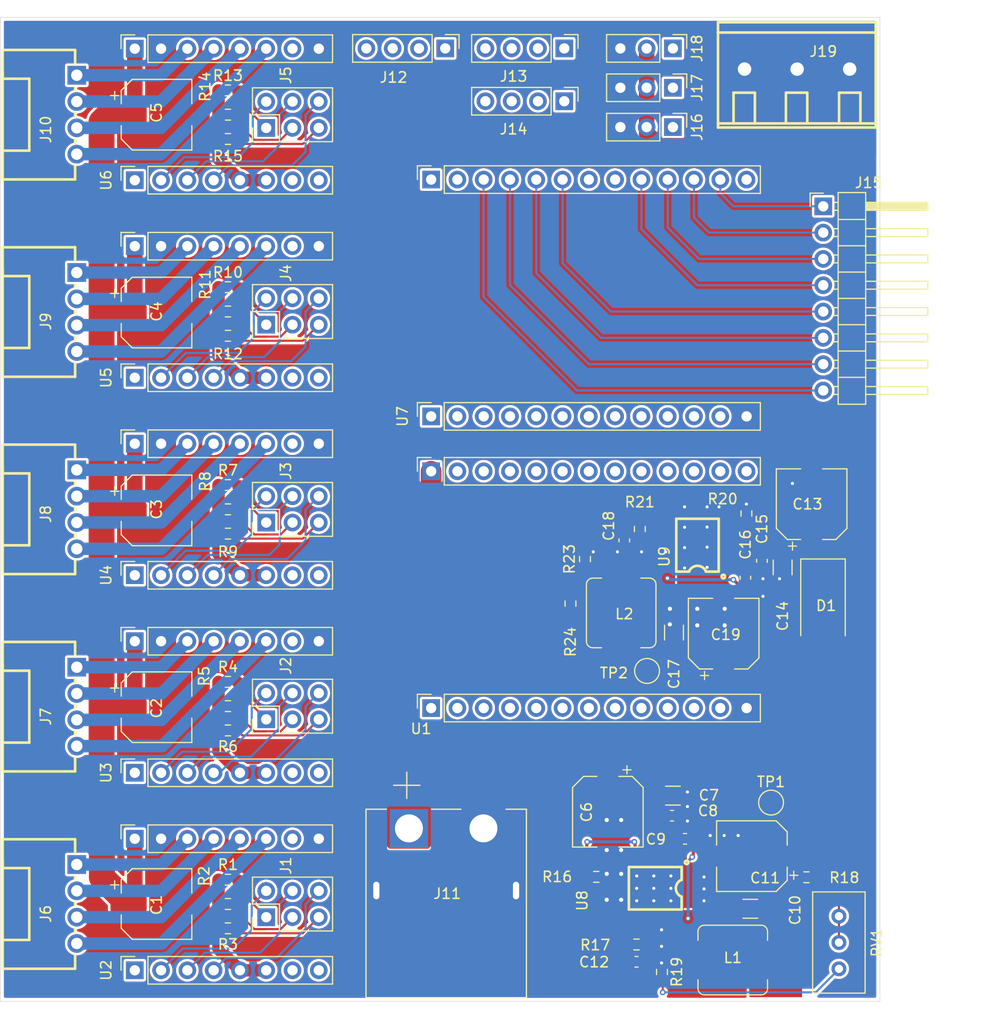
<source format=kicad_pcb>
(kicad_pcb (version 20240108) (generator "pcbnew") (generator_version "8.0")
  (layers (0 "F.Cu" signal) (1 "In1.Cu" power) (2 "In2.Cu" power) (31 "B.Cu" signal) (34 "B.Paste" user) (35 "F.Paste" user) (36 "B.SilkS" user "B.Silkscreen") (37 "F.SilkS" user "F.Silkscreen") (38 "B.Mask" user) (39 "F.Mask" user) (44 "Edge.Cuts" user))
  (net 0 "")
  (net 1 "VIN")
  (net 2 "GND")
  (net 3 "Net-(U8-BOOT)")
  (net 4 "Net-(U8-SW)")
  (net 5 "VCC_Servo")
  (net 6 "Net-(C12-Pad1)")
  (net 7 "Net-(D1-K)")
  (net 8 "Net-(U9-BOOT)")
  (net 9 "Net-(U9-SW)")
  (net 10 "VCC_3V3")
  (net 11 "Net-(C18-Pad1)")
  (net 12 "Net-(J1-Pin_4)")
  (net 13 "Net-(J1-Pin_5)")
  (net 14 "Net-(J1-Pin_1)")
  (net 15 "Net-(J1-Pin_2)")
  (net 16 "Net-(J1-Pin_3)")
  (net 17 "Net-(J1-Pin_6)")
  (net 18 "Net-(J2-Pin_5)")
  (net 19 "Net-(J2-Pin_4)")
  (net 20 "Net-(J2-Pin_3)")
  (net 21 "Net-(J2-Pin_1)")
  (net 22 "Net-(J2-Pin_6)")
  (net 23 "Net-(J2-Pin_2)")
  (net 24 "Net-(J3-Pin_3)")
  (net 25 "Net-(J3-Pin_5)")
  (net 26 "Net-(J3-Pin_1)")
  (net 27 "Net-(J3-Pin_6)")
  (net 28 "Net-(J3-Pin_4)")
  (net 29 "Net-(J3-Pin_2)")
  (net 30 "Net-(J4-Pin_2)")
  (net 31 "Net-(J4-Pin_5)")
  (net 32 "Net-(J4-Pin_4)")
  (net 33 "Net-(J4-Pin_1)")
  (net 34 "Net-(J4-Pin_3)")
  (net 35 "Net-(J4-Pin_6)")
  (net 36 "Net-(J5-Pin_3)")
  (net 37 "Net-(J5-Pin_2)")
  (net 38 "Net-(J5-Pin_4)")
  (net 39 "Net-(J5-Pin_6)")
  (net 40 "Net-(J5-Pin_5)")
  (net 41 "Net-(J5-Pin_1)")
  (net 42 "/stepper1_B1")
  (net 43 "/stepper1_A1")
  (net 44 "/stepper1_B2")
  (net 45 "/stepper1_A2")
  (net 46 "/stepper2_B1")
  (net 47 "/stepper2_A2")
  (net 48 "/stepper2_B2")
  (net 49 "/stepper2_A1")
  (net 50 "/stepper3_A2")
  (net 51 "/stepper3_B2")
  (net 52 "/stepper3_A1")
  (net 53 "/stepper3_B1")
  (net 54 "/stepper4_A1")
  (net 55 "/stepper4_B1")
  (net 56 "/stepper4_A2")
  (net 57 "/stepper4_B2")
  (net 58 "/stepper5_A1")
  (net 59 "/stepper5_A2")
  (net 60 "/stepper5_B1")
  (net 61 "/stepper5_B2")
  (net 62 "/MOTOR1_IN1")
  (net 63 "/MOTOR2_IN1")
  (net 64 "/MOTOR1_IN2")
  (net 65 "/MOTOR2_IN2")
  (net 66 "/MOTOR7_IN1")
  (net 67 "/MOTOR8_IN2")
  (net 68 "/MOTOR7_IN2")
  (net 69 "/MOTOR8_IN1")
  (net 70 "/MOTOR9_IN1")
  (net 71 "/MOTOR10_IN1")
  (net 72 "/MOTOR9_IN2")
  (net 73 "/MOTOR10_IN2")
  (net 74 "/MOTOR6_IN1")
  (net 75 "/MOTOR5_IN1")
  (net 76 "/MOTOR3_IN2")
  (net 77 "/MOTOR5_IN2")
  (net 78 "/MOTOR6_IN2")
  (net 79 "/MOTOR4_IN2")
  (net 80 "/MOTOR3_IN1")
  (net 81 "/MOTOR4_IN1")
  (net 82 "/servo1")
  (net 83 "/servo2")
  (net 84 "/servo3")
  (net 85 "Net-(U8-RT{slash}CLK)")
  (net 86 "Net-(U8-COMP)")
  (net 87 "Net-(R18-Pad1)")
  (net 88 "Net-(U8-FB)")
  (net 89 "Net-(U9-RT{slash}CLK)")
  (net 90 "Net-(U9-COMP)")
  (net 91 "Net-(U9-FB)")
  (net 93 "/stepper5_DIR")
  (net 94 "/stepper2_STEP")
  (net 95 "/stepper4_DIR")
  (net 96 "/ESP_RX2")
  (net 98 "/stepper2_DIR")
  (net 99 "/stepper1_DIR")
  (net 101 "/stepper3_STEP")
  (net 103 "/stepper1_STEP")
  (net 104 "/stepper4_STEP")
  (net 105 "/ESP_TX2")
  (net 107 "/stepper3_DIR")
  (net 108 "/stepper5_STEP")
  (footprint "ProjectLibrary:SCT2450" (layer "F.Cu") (at 193.29 119.08 180)
    (property "Reference" "U8")
    (property "Value" "std:5f48b54a4a9c4b9abe6e863ac7419a9f")
  )
  (footprint "Resistor_SMD:R_0603_1608Metric_Pad0.98x0.95mm_HandSolder" (layer "F.Cu") (at 152 103.845)
    (property "Reference" "R6")
    (property "Value" "10k")
  )
  (footprint "TestPoint:TestPoint_Pad_D2.0mm" (layer "F.Cu") (at 204.48 110.81)
    (property "Reference" "TP1")
    (property "Value" "TestPoint")
  )
  (footprint "Capacitor_SMD:C_0603_1608Metric_Pad1.08x0.95mm_HandSolder" (layer "F.Cu") (at 191.48 126.18)
    (property "Reference" "C12")
    (property "Value" "4.7nf")
  )
  (footprint "Capacitor_SMD:CP_Elec_6.3x7.7" (layer "F.Cu") (at 145.1 120.6)
    (property "Reference" "C1")
    (property "Value" "C_Polarized_Small")
  )
  (footprint "Resistor_SMD:R_0603_1608Metric_Pad0.98x0.95mm_HandSolder" (layer "F.Cu") (at 152 61.055001)
    (property "Reference" "R10")
    (property "Value" "10k")
  )
  (footprint "Resistor_SMD:R_0603_1608Metric_Pad0.98x0.95mm_HandSolder" (layer "F.Cu") (at 152 84.845)
    (property "Reference" "R9")
    (property "Value" "10k")
  )
  (footprint "TestPoint:TestPoint_Pad_D2.0mm" (layer "F.Cu") (at 192.5 98.1 180)
    (property "Reference" "TP2")
    (property "Value" "TestPoint")
  )
  (footprint "Capacitor_SMD:CP_Elec_6.3x7.7" (layer "F.Cu") (at 145.1 101.6)
    (property "Reference" "C2")
    (property "Value" "C_Polarized_Small")
  )
  (footprint "Connector_PinHeader_2.54mm:PinHeader_1x04_P2.54mm_Vertical" (layer "F.Cu") (at 173 38 -90)
    (property "Reference" "J12")
    (property "Value" "Conn_01x04")
  )
  (footprint "Resistor_SMD:R_0603_1608Metric_Pad0.98x0.95mm_HandSolder" (layer "F.Cu") (at 152 44.4)
    (property "Reference" "R14")
    (property "Value" "10k")
  )
  (footprint "MyConnector:CONN-TH_4P-P2.54-XH2.54-WO-4P" (layer "F.Cu") (at 137.3935 101.55 -90)
    (property "Reference" "J7")
    (property "Value" "Conn_01x04")
  )
  (footprint "Resistor_SMD:R_0603_1608Metric_Pad0.98x0.95mm_HandSolder" (layer "F.Cu") (at 191.8 84.399999 90)
    (property "Reference" "R21")
    (property "Value" "20k")
  )
  (footprint "Capacitor_SMD:C_0603_1608Metric_Pad1.08x0.95mm_HandSolder" (layer "F.Cu") (at 196.17 114.31)
    (property "Reference" "C9")
    (property "Value" "100nf")
  )
  (footprint "Connector_PinHeader_2.54mm:PinHeader_1x08_P2.54mm_Horizontal" (layer "F.Cu") (at 209.525 53.245)
    (property "Reference" "J15")
    (property "Value" "Conn_01x08")
  )
  (footprint "Capacitor_SMD:C_0603_1608Metric_Pad1.08x0.95mm_HandSolder" (layer "F.Cu") (at 190.3 85.5 -90)
    (property "Reference" "C18")
    (property "Value" "4.7nf")
  )
  (footprint "MyConnector:CONN-TH_4P-P2.54-XH2.54-WO-4P" (layer "F.Cu") (at 137.3935 63.45 -90)
    (property "Reference" "J9")
    (property "Value" "Conn_01x04")
  )
  (footprint "Inductor_SMD:L_Sumida_CDMC6D28_7.25x6.5mm" (layer "F.Cu") (at 200.78 126.01)
    (property "Reference" "L1")
    (property "Value" "4.7uH")
  )
  (footprint "Inductor_SMD:L_Sumida_CDMC6D28_7.25x6.5mm" (layer "F.Cu") (at 190 92.499999 -90)
    (property "Reference" "L2")
    (property "Value" "4.7uH")
  )
  (footprint "Connector_PinHeader_2.54mm:PinHeader_1x03_P2.54mm_Vertical" (layer "F.Cu") (at 195 45.6 -90)
    (property "Reference" "J16")
    (property "Value" "Conn_01x03")
  )
  (footprint "Connector_PinHeader_2.54mm:PinHeader_2x03_P2.54mm_Vertical" (layer "F.Cu") (at 155.7 83.775 90)
    (property "Reference" "J3")
    (property "Value" "Conn_02x03_Odd_Even")
  )
  (footprint "Capacitor_SMD:C_1206_3216Metric_Pad1.33x1.80mm_HandSolder" (layer "F.Cu") (at 195 110.14)
    (property "Reference" "C7")
    (property "Value" "4.7uf")
  )
  (footprint "Connector_PinHeader_2.54mm:PinHeader_1x04_P2.54mm_Vertical" (layer "F.Cu") (at 184.5 38 -90)
    (property "Reference" "J13")
    (property "Value" "Conn_01x04")
  )
  (footprint "Resistor_SMD:R_0603_1608Metric_Pad0.98x0.95mm_HandSolder" (layer "F.Cu") (at 152 120.6)
    (property "Reference" "R2")
    (property "Value" "10k")
  )
  (footprint "Resistor_SMD:R_0603_1608Metric_Pad0.98x0.95mm_HandSolder" (layer "F.Cu") (at 186.5 87.3 -90)
    (property "Reference" "R23")
    (property "Value" "10.2k")
  )
  (footprint "Capacitor_SMD:CP_Elec_6.3x7.7" (layer "F.Cu") (at 188.71 111.69 -90)
    (property "Reference" "C6")
    (property "Value" "220uf")
  )
  (footprint "Connector_PinHeader_2.54mm:PinHeader_2x03_P2.54mm_Vertical" (layer "F.Cu") (at 155.7 102.775 90)
    (property "Reference" "J2")
    (property "Value" "Conn_02x03_Odd_Even")
  )
  (footprint "Resistor_SMD:R_0603_1608Metric_Pad0.98x0.95mm_HandSolder" (layer "F.Cu") (at 152 82.5)
    (property "Reference" "R8")
    (property "Value" "10k")
  )
  (footprint "Capacitor_SMD:C_1206_3216Metric_Pad1.33x1.80mm_HandSolder" (layer "F.Cu") (at 202.47 121.06 180)
    (property "Reference" "C10")
    (property "Value" "47uf")
  )
  (footprint "Potentiometer_THT:Potentiometer_Bourns_3296W_Vertical" (layer "F.Cu") (at 211.04 126.86 -90)
    (property "Reference" "RV1")
    (property "Value" "10k")
  )
  (footprint "Resistor_SMD:R_0603_1608Metric_Pad0.98x0.95mm_HandSolder" (layer "F.Cu") (at 193.94 127.16 -90)
    (property "Reference" "R19")
    (property "Value" "3.3k")
  )
  (footprint "Capacitor_SMD:CP_Elec_6.3x7.7" (layer "F.Cu") (at 202.63 115.98 180)
    (property "Reference" "C11")
    (property "Value" "220uf")
  )
  (footprint "Resistor_SMD:R_0603_1608Metric_Pad0.98x0.95mm_HandSolder" (layer "F.Cu") (at 152 122.945)
    (property "Reference" "R3")
    (property "Value" "10k")
  )
  (footprint "MyConnector:CONN-TH_4P-P2.54-XH2.54-WO-4P" (layer "F.Cu") (at 137.3935 82.5 -90)
    (property "Reference" "J8")
    (property "Value" "Conn_01x04")
  )
  (footprint "Capacitor_SMD:CP_Elec_6.3x7.7" (layer "F.Cu") (at 199.9 94.5 90)
    (property "Reference" "C19")
    (property "Value" "220uf")
  )
  (footprint "Connector_PinHeader_2.54mm:PinHeader_1x03_P2.54mm_Vertical" (layer "F.Cu") (at 195 41.8 -90)
    (property "Reference" "J17")
    (property "Value" "Conn_01x03")
  )
  (footprint "Capacitor_SMD:CP_Elec_6.3x7.7" (layer "F.Cu") (at 145.1 63.5)
    (property "Reference" "C4")
    (property "Value" "C_Polarized_Small")
  )
  (footprint "Resistor_SMD:R_0603_1608Metric_Pad0.98x0.95mm_HandSolder" (layer "F.Cu") (at 152 101.5)
    (property "Reference" "R5")
    (property "Value" "10k")
  )
  (footprint "Resistor_SMD:R_0603_1608Metric_Pad0.98x0.95mm_HandSolder" (layer "F.Cu") (at 152 118.255)
    (property "Reference" "R1")
    (property "Value" "10k")
  )
  (footprint "Resistor_SMD:R_0603_1608Metric_Pad0.98x0.95mm_HandSolder" (layer "F.Cu") (at 152 80.155)
    (property "Reference" "R7")
    (property "Value" "10k")
  )
  (footprint "Resistor_SMD:R_0603_1608Metric_Pad0.98x0.95mm_HandSolder" (layer "F.Cu") (at 152 63.400001)
    (property "Reference" "R11")
    (property "Value" "10k")
  )
  (footprint "ProjectLibrary:stepper_motor" (layer "F.Cu") (at 143 88.8625 90)
    (property "Reference" "U4")
    (property "Value" "stepper3")
  )
  (footprint "Connector_PinHeader_2.54mm:PinHeader_1x03_P2.54mm_Vertical" (layer "F.Cu") (at 195 38 -90)
    (property "Reference" "J18")
    (property "Value" "Conn_01x03")
  )
  (footprint "Connector_PinHeader_2.54mm:PinHeader_2x03_P2.54mm_Vertical" (layer "F.Cu") (at 155.7 45.675 90)
    (property "Reference" "J5")
    (property "Value" "Conn_02x03_Odd_Even")
  )
  (footprint "Capacitor_SMD:C_0603_1608Metric_Pad1.08x0.95mm_HandSolder" (layer "F.Cu") (at 203.6 87.469999 -90)
    (property "Reference" "C15")
    (property "Value" "100nf")
  )
  (footprint "Capacitor_SMD:CP_Elec_6.3x7.7" (layer "F.Cu") (at 208.4 81.999999 90)
    (property "Reference" "C13")
    (property "Value" "220uf")
  )
  (footprint "Resistor_SMD:R_0603_1608Metric_Pad0.98x0.95mm_HandSolder" (layer "F.Cu") (at 152 65.745001)
    (property "Reference" "R12")
    (property "Value" "10k")
  )
  (footprint "MyConnector:AMASS_XT60PW-M" (layer "F.Cu") (at 173.09 119.3 180)
    (property "Reference" "J11")
    (property "Value" "XT60PW-M")
  )
  (footprint "Resistor_SMD:R_0603_1608Metric_Pad0.98x0.95mm_HandSolder" (layer "F.Cu") (at 185.100001 91.599999 -90)
    (property "Reference" "R24")
    (property "Value" "31.6k")
  )
  (footprint "ProjectLibrary:stepper_motor" (layer "F.Cu") (at 143 50.725 90)
    (property "Reference" "U6")
    (property "Value" "stepper5")
  )
  (footprint "Capacitor_SMD:C_0603_1608Metric_Pad1.08x0.95mm_HandSolder" (layer "F.Cu") (at 194.91 112.08)
    (property "Reference" "C8")
    (property "Value" "100nf")
  )
  (footprint "Resistor_SMD:R_0603_1608Metric_Pad0.98x0.95mm_HandSolder" (layer "F.Cu") (at 207.9 118.02 180)
    (property "Reference" "R18")
    (property "Value" "15k")
  )
  (footprint "ProjectLibrary:stepper_motor" (layer "F.Cu") (at 143 69.79375 90)
    (property "Reference" "U5")
    (property "Value" "stepper4")
  )
  (footprint "Diode_SMD:D_SMB_Handsoldering" (layer "F.Cu") (at 209.5 92 -90)
    (property "Reference" "D1")
    (property "Value" "SS54")
  )
  (footprint "ProjectLibrary:esp_module" (layer "F.Cu") (at 171.635 73.525 90)
    (property "Reference" "U7")
    (property "Value" "esp_module")
  )
  (footprint "MyConnector:CONN-TH_4P-P2.54-XH2.54-WO-4P" (layer "F.Cu") (at 137.3935 44.4 -90)
    (property "Reference" "J10")
    (property "Value" "Conn_01x04")
  )
  (footprint "Connector_PinHeader_2.54mm:PinHeader_2x03_P2.54mm_Vertical" (layer "F.Cu") (at 155.7 121.875 90)
    (property "Reference" "J1")
    (property "Value" "Conn_02x03_Odd_Even")
  )
  (footprint "MyConnector:CONN-TH_4P-P2.54-XH2.54-WO-4P" (layer "F.Cu") (at 137.3935 120.6 -90)
    (property "Reference" "J6")
    (property "Value" "Conn_01x04")
  )
  (footprint "ProjectLibrary:stepper_motor" (layer "F.Cu") (at 143 127 90)
    (property "Reference" "U2")
    (property "Value" "stepper1")
  )
  (footprint "Capacitor_SMD:CP_Elec_6.3x7.7" (layer "F.Cu") (at 145.1 44.4)
    (property "Reference" "C5")
    (property "Value" "C_Polarized_Small")
  )
  (footprint "Connector_PinHeader_2.54mm:PinHeader_2x03_P2.54mm_Vertical" (layer "F.Cu") (at 155.7 64.675001 90)
    (property "Reference" "J4")
    (property "Value" "Conn_02x03_Odd_Even")
  )
  (footprint "Resistor_SMD:R_0603_1608Metric_Pad0.98x0.95mm_HandSolder" (layer "F.Cu") (at 202.1 82.899999 90)
    (property "Reference" "R20")
    (property "Value" "200k")
  )
  (footprint "Connector_PinHeader_2.54mm:PinHeader_1x04_P2.54mm_Vertical" (layer "F.Cu") (at 184.5 43.1 -90)
    (property "Reference" "J14")
    (property "Value" "Conn_01x04")
  )
  (footprint "ProjectLibrary:SCT2450" (layer "F.Cu") (at 197.3725 85.959999 90)
    (property "Reference" "U9")
    (property "Value" "std:5f48b54a4a9c4b9abe6e863ac7419a9f")
  )
  (footprint "Resistor_SMD:R_0603_1608Metric_Pad0.98x0.95mm_HandSolder" (layer "F.Cu") (at 152 42.055)
    (property "Reference" "R13")
    (property "Value" "10k")
  )
  (footprint "Capacitor_SMD:C_1206_3216Metric_Pad1.33x1.80mm_HandSolder" (layer "F.Cu") (at 195.099999 94.399999 90)
    (property "Reference" "C17")
    (property "Value" "47uf")
  )
  (footprint "Resistor_SMD:R_0603_1608Metric_Pad0.98x0.95mm_HandSolder" (layer "F.Cu") (at 152 46.745)
    (property "Reference" "R15")
    (property "Value" "10k")
  )
  (footprint "MyConnector:CONN-TH_3P-P5.00_WJ500V-5.08-3P" (layer "F.Cu") (at 207 40 180)
    (property "Reference" "J19")
    (property "Value" "Conn_01x03")
  )
  (footprint "ProjectLibrary:stepper_motor" (layer "F.Cu") (at 143 107.93125 90)
    (property "Reference" "U3")
    (property "Value" "stepper2")
  )
  (footprint "Resistor_SMD:R_0603_1608Metric_Pad0.98x0.95mm_HandSolder" (layer "F.Cu") (at 152 99.155)
    (property "Reference" "R4")
    (property "Value" "10k")
  )
  (footprint "Resistor_SMD:R_0603_1608Metric_Pad0.98x0.95mm_HandSolder" (layer "F.Cu") (at 187.59 117.98)
    (property "Reference" "R16")
    (property "Value" "200k")
  )
  (footprint "ProjectLibrary:esp_module" (layer "F.Cu") (at 171.635 101.685 90)
    (property "Reference" "U1")
    (property "Value" "esp_module")
  )
  (footprint "Capacitor_SMD:C_0603_1608Metric_Pad1.08x0.95mm_HandSolder" (layer "F.Cu") (at 202 89.099999 -90)
    (property "Reference" "C16")
    (property "Value" "100nf")
  )
  (footprint "Capacitor_SMD:C_1206_3216Metric_Pad1.33x1.80mm_HandSolder" (layer "F.Cu") (at 205.6 88.1 -90)
    (property "Reference" "C14")
    (property "Value" "4.7uf")
  )
  (footprint "Resistor_SMD:R_0603_1608Metric_Pad0.98x0.95mm_HandSolder" (layer "F.Cu") (at 191.48 124.51 180)
    (property "Reference" "R17")
    (property "Value" "20k")
  )
  (footprint "Capacitor_SMD:CP_Elec_6.3x7.7" (layer "F.Cu") (at 145.1 82.6)
    (property "Reference" "C3")
    (property "Value" "C_Polarized_Small")
  )
  (gr_poly (pts (xy 199.5 84.8) (xy 212 84.8) (xy 212 91.5) (xy 207.2 91.5) (xy 207.2 87.2) (xy 199.5 87.2)) (stroke (width 0.2)) (fill solid) (layer "F.Cu") (net 7))
  (gr_poly (pts (xy 187.54 105.7) (xy 187.55 111.08) (xy 192 111.07) (xy 192 117.08) (xy 194.39 117.2) (xy 194.39 105.82)) (stroke (width 0.2)) (fill solid) (layer "F.Cu") (net 1))
  (gr_poly (pts (xy 184.3 91.8) (xy 186.2 91.8) (xy 186.2 94.8) (xy 184.3 94.8)) (stroke (width 0.2)) (fill solid) (layer "F.Cu") (net 10))
  (gr_poly (pts (xy 194.800002 121.29) (xy 194.800002 127.790001) (xy 199.100002 127.790001) (xy 199.100002 121.290001)) (stroke (width 0.2)) (fill solid) (layer "F.Cu") (net 4))
  (gr_poly (pts (xy 195.1 87.4) (xy 188.1 87.4) (xy 188.1 90.8) (xy 195.1 90.8)) (stroke (width 0.2)) (fill solid) (layer "F.Cu") (net 9))
  (gr_poly (pts (xy 209.4 81.2) (xy 209.4 77.3) (xy 203.7 77.3) (xy 203.7 82.7) (xy 204.8 82.7)) (stroke (width 0.2)) (fill solid) (layer "F.Cu") (net 2))
  (gr_poly (pts (xy 207.1 82.5) (xy 212 82.5) (xy 212 84.8) (xy 207.1 84.8)) (stroke (width 0.2)) (fill solid) (layer "F.Cu") (net 7))
  (gr_poly (pts (xy 197 86.1) (xy 185.9 86.1) (xy 185.9 87) (xy 197 87)) (stroke (width 0.2)) (fill solid) (layer "F.Cu") (net 2))
  (gr_poly (pts (xy 202.477423 129.496281) (xy 202.447424 114.966281) (xy 207.347424 114.96628) (xy 207.377424 129.496281)) (stroke (width 0.2)) (fill solid) (layer "F.Cu") (net 5))
  (gr_poly (pts (xy 197.800002 113.290001) (xy 195.300002 113.290001) (xy 195.300001 109.190002) (xy 197.800001 109.190002)) (stroke (width 0.2)) (fill solid) (layer "F.Cu") (net 2))
  (gr_poly (pts (xy 193.4 120.990001) (xy 193.400002 125.390001) (xy 191.890002 125.390001) (xy 191.890001 126.89) (xy 194.400002 126.890001) (xy 194.400002 120.990002)) (stroke (width 0.2)) (fill solid) (layer "F.Cu") (net 2))
  (gr_poly (pts (xy 167.632 115.158) (xy 165.08 112.54) (xy 165.08 110.06) (xy 175.73 105.67) (xy 176.48 108.08) (xy 171.348 115.158)) (stroke (width 0.2)) (fill solid) (layer "F.Cu") (net 1))
  (gr_poly (pts (xy 184.3 94.8) (xy 202 94.8) (xy 202 99.8) (xy 184.3 99.8)) (stroke (width 0.2)) (fill solid) (layer "F.Cu") (net 10))
  (gr_poly (pts (xy 204.7 80.4) (xy 195.5 80.4) (xy 195.5 91.2) (xy 193.8 91.2) (xy 193.8 94.2) (xy 206.8 94.2) (xy 206.8 87.6) (xy 202.9 87.6) (xy 202.9 91.1) (xy 199.1 91.1) (xy 199.1 82.7) (xy 204.7 82.7)) (stroke (width 0.2)) (fill solid) (layer "F.Cu") (net 2))
  (gr_poly (pts (xy 187.600002 120.890001) (xy 187.600002 111.790001) (xy 190.700002 111.790001) (xy 190.700002 117.590002) (xy 197.930001 117.610002) (xy 197.930001 109.210002) (xy 201.900002 109.190002) (xy 201.800001 120.890002)) (stroke (width 0.2)) (fill solid) (layer "F.Cu") (net 2))
  (gr_rect (start 130 35) (end 215 130) (stroke (width 0.05)) (fill none) (layer "Edge.Cuts"))
  (segment (start 143 101) (end 142.4 101.6) (width 1.5) (layer "F.Cu") (net 1))
  (segment (start 167.48 111.29) (end 140.4 111.29) (width 2.5) (layer "F.Cu") (net 1))
  (segment (start 143 43.8) (end 142.4 44.4) (width 1.5) (layer "F.Cu") (net 1))
  (segment (start 143 62.9) (end 142.4 63.5) (width 1.5) (layer "F.Cu") (net 1))
  (segment (start 143 82) (end 142.4 82.6) (width 1.5) (layer "F.Cu") (net 1))
  (segment (start 204.2 106.83) (end 209.5 101.53) (width 2.5) (layer "F.Cu") (net 1))
  (segment (start 143 95.23125) (end 143 101) (width 1.5) (layer "F.Cu") (net 1))
  (segment (start 143 38.025) (end 143 43.8) (width 1.5) (layer "F.Cu") (net 1))
  (segment (start 143 57.09375) (end 143 62.9) (width 1.5) (layer "F.Cu") (net 1))
  (segment (start 169.49 113.3) (end 175.96 106.83) (width 2.5) (layer "F.Cu") (net 1))
  (segment (start 175.96 106.83) (end 204.2 106.83) (width 2.5) (layer "F.Cu") (net 1))
  (segment (start 140.4 111.29) (end 139.79 110.68) (width 2.5) (layer "F.Cu") (net 1))
  (segment (start 169.49 113.3) (end 167.48 111.29) (width 2.5) (layer "F.Cu") (net 1))
  (segment (start 143 76.1625) (end 143 82) (width 1.5) (layer "F.Cu") (net 1))
  (segment (start 139.79 45.1) (end 140.49 44.4) (width 2.5) (layer "F.Cu") (net 1))
  (segment (start 139.79 110.68) (end 139.79 45.1) (width 2.5) (layer "F.Cu") (net 1))
  (segment (start 209.5 101.53) (end 209.5 94.7) (width 2.5) (layer "F.Cu") (net 1))
  (segment (start 139.82 111.87) (end 139.82 118.02) (width 2.5) (layer "F.Cu") (net 1))
  (segment (start 143 114.3) (end 143 120) (width 1.5) (layer "F.Cu") (net 1))
  (segment (start 140.49 44.4) (end 142.4 44.4) (width 2.5) (layer "F.Cu") (net 1))
  (segment (start 143 120) (end 142.4 120.6) (width 1.5) (layer "F.Cu") (net 1))
  (segment (start 139.82 118.02) (end 142.4 120.6) (width 2.5) (layer "F.Cu") (net 1))
  (segment (start 145.54 38.025) (end 145.54 42.14) (width 1.5) (layer "F.Cu") (net 2))
  (segment (start 145.54 95.23125) (end 145.54 99.34) (width 1.5) (layer "F.Cu") (net 2))
  (segment (start 145.54 42.14) (end 147.8 44.4) (width 1.5) (layer "F.Cu") (net 2))
  (segment (start 145.54 57.09375) (end 145.54 61.24) (width 1.5) (layer "F.Cu") (net 2))
  (segment (start 145.54 118.34) (end 147.8 120.6) (width 1.5) (layer "F.Cu") (net 2))
  (segment (start 145.54 80.34) (end 147.8 82.6) (width 1.5) (layer "F.Cu") (net 2))
  (segment (start 145.54 114.3) (end 145.54 118.34) (width 1.5) (layer "F.Cu") (net 2))
  (segment (start 145.54 61.24) (end 147.8 63.5) (width 1.5) (layer "F.Cu") (net 2))
  (segment (start 145.54 99.34) (end 147.8 101.6) (width 1.5) (layer "F.Cu") (net 2))
  (segment (start 145.54 76.1625) (end 145.54 80.34) (width 1.5) (layer "F.Cu") (net 2))
  (via (at 196.1225 84.226665) (size 0.55) (drill 0.3) (layers "F.Cu" "B.Cu") (net 2))
  (via (at 198.3 84.206666) (size 0.55) (drill 0.3) (layers "F.Cu" "B.Cu") (net 2))
  (via (at 198.000001 120.290001) (size 0.55) (drill 0.3) (layers "F.Cu" "B.Cu") (net 2))
  (via (at 190.000002 120.19) (size 0.7) (drill 0.4) (layers "F.Cu" "B.Cu") (net 2))
  (via (at 194.3 86.6) (size 0.55) (drill 0.3) (layers "F.Cu" "B.Cu") (net 2))
  (via (at 194.7 93.6) (size 0.7) (drill 0.4) (layers "F.Cu" "B.Cu") (net 2))
  (via (at 203.7 89.2) (size 0.55) (drill 0.3) (layers "F.Cu" "B.Cu") (net 2))
  (via (at 191.5 119.090001) (size 0.55) (drill 0.3) (layers "F.Cu" "B.Cu") (net 2))
  (via (at 188.600001 117.690001) (size 0.7) (drill 0.4) (layers "F.Cu" "B.Cu") (net 2))
  (via (at 191.966666 86.6) (size 0.55) (drill 0.3) (layers "F.Cu" "B.Cu") (net 2))
  (via (at 196.400001 111.190001) (size 0.55) (drill 0.3) (layers "F.Cu" "B.Cu") (net 2))
  (via (at 194.800002 117.89) (size 0.55) (drill 0.3) (layers "F.Cu" "B.Cu") (net 2))
  (via (at 203.7 90.9) (size 0.55) (drill 0.3) (layers "F.Cu" "B.Cu") (net 2))
  (via (at 202.1 81.987501) (size 0.55) (drill 0.3) (layers "F.Cu" "B.Cu") (net 2))
  (via (at 197.35 92.1) (size 0.7) (drill 0.4) (layers "F.Cu" "B.Cu") (net 2))
  (via (at 199.950001 113.990001) (size 0.55) (drill 0.3) (layers "F.Cu" "B.Cu") (net 2))
  (via (at 193.150001 119.090001) (size 0.55) (drill 0.3) (layers "F.Cu" "B.Cu") (net 2))
  (via (at 198.3 86.153333) (size 0.55) (drill 0.3) (layers "F.Cu" "B.Cu") (net 2))
  (via (at 190.000001 112.490002) (size 0.7) (drill 0.4) (layers "F.Cu" "B.Cu") (net 2))
  (via (at 188.600001 120.190001) (size 0.7) (drill 0.4) (layers "F.Cu" "B.Cu") (net 2))
  (via (at 191.500001 120.290001) (size 0.55) (drill 0.3) (layers "F.Cu" "B.Cu") (net 2))
  (via (at 198.000002 119.140002) (size 0.55) (drill 0.3) (layers "F.Cu" "B.Cu") (net 2))
  (via (at 194.800002 119.090001) (size 0.55) (drill 0.3) (layers "F.Cu" "B.Cu") (net 2))
  (via (at 196.400001 112.590001) (size 0.55) (drill 0.3) (layers "F.Cu" "B.Cu") (net 2))
  (via (at 196.1225 82.259999) (size 0.55) (drill 0.3) (layers "F.Cu" "B.Cu") (net 2))
  (via (at 189.633333 86.6) (size 0.55) (drill 0.3) (layers "F.Cu" "B.Cu") (net 2))
  (via (at 196.400001 109.790001) (size 0.55) (drill 0.3) (layers "F.Cu" "B.Cu") (net 2))
  (via (at 206.55 80) (size 0.55) (drill 0.3) (layers "F.Cu" "B.Cu") (net 2))
  (via (at 198.600002 113.990001) (size 0.55) (drill 0.3) (layers "F.Cu" "B.Cu") (net 2))
  (via (at 194.800002 120.290001) (size 0.55) (drill 0.3) (layers "F.Cu" "B.Cu") (net 2))
  (via (at 196.1225 88.159999) (size 0.55) (drill 0.3) (layers "F.Cu" "B.Cu") (net 2))
  (via (at 200 92.1) (size 0.7) (drill 0.4) (layers "F.Cu" "B.Cu") (net 2))
  (via (at 197.35 93.7) (size 0.7) (drill 0.4) (layers "F.Cu" "B.Cu") (net 2))
  (via (at 193.900001 124.690001) (size 0.55) (drill 0.3) (layers "F.Cu" "B.Cu") (net 2))
  (via (at 194.7 92.1) (size 0.7) (drill 0.4) (layers "F.Cu" "B.Cu") (net 2))
  (via (at 198.3 82.259999) (size 0.55) (drill 0.3) (layers "F.Cu" "B.Cu") (net 2))
  (via (at 201.300001 113.99) (size 0.55) (drill 0.3) (layers "F.Cu" "B.Cu") (net 2))
  (via (at 205.3 89.2) (size 0.55) (drill 0.3) (layers "F.Cu" "B.Cu") (net 2))
  (via (at 193.150001 120.29) (size 0.55) (drill 0.3) (layers "F.Cu" "B.Cu") (net 2))
  (via (at 188.600002 115.39) (size 0.7) (drill 0.4) (layers "F.Cu" "B.Cu") (net 2))
  (via (at 198.3 88.1) (size 0.55) (drill 0.3) (layers "F.Cu" "B.Cu") (net 2))
  (via (at 198.000002 117.990001) (size 0.55) (drill 0.3) (layers "F.Cu" "B.Cu") (net 2))
  (via (at 199.45 82.259999) (size 0.55) (drill 0.3) (layers "F.Cu" "B.Cu") (net 2))
  (via (at 187.3 86.6) (size 0.55) (drill 0.3) (layers "F.Cu" "B.Cu") (net 2))
  (via (at 193.900002 123.090001) (size 0.55) (drill 0.3) (layers "F.Cu" "B.Cu") (net 2))
  (via (at 193.150002 117.89) (size 0.55) (drill 0.3) (layers "F.Cu" "B.Cu") (net 2))
  (via (at 196.1225 86.193331) (size 0.55) (drill 0.3) (layers "F.Cu" "B.Cu") (net 2))
  (via (at 190 115.39) (size 0.7) (drill 0.4) (layers "F.Cu" "B.Cu") (net 2))
  (via (at 193.900002 126.29) (size 0.55) (drill 0.3) (layers "F.Cu" "B.Cu") (net 2))
  (via (at 190.000003 117.690001) (size 0.7) (drill 0.4) (layers "F.Cu" "B.Cu") (net 2))
  (via (at 200 93.7) (size 0.7) (drill 0.4) (layers "F.Cu" "B.Cu") (net 2))
  (via (at 191.500001 117.89) (size 0.55) (drill 0.3) (layers "F.Cu" "B.Cu") (net 2))
  (via (at 188.600002 112.490001) (size 0.7) (drill 0.4) (layers "F.Cu" "B.Cu") (net 2))
  (segment (start 195.155001 114.272502) (end 195.237499 114.190004) (width 0.2) (layer "F.Cu") (net 3))
  (segment (start 195.155002 116.182002) (end 195.155001 114.272502) (width 0.2) (layer "F.Cu") (net 3))
  (segment (start 195.163004 121.99) (end 195.155002 121.998002) (width 0.3) (layer "F.Cu") (net 4))
  (segment (start 196.962502 114.190004) (end 196.962502 115.967498) (width 0.3) (layer "F.Cu") (net 4))
  (segment (start 196.46 121.99) (end 195.163004 121.99) (width 0.3) (layer "F.Cu") (net 4))
  (segment (start 196.962502 115.967498) (end 196.86 116.07) (width 0.3) (layer "F.Cu") (net 4))
  (via (at 196.46 121.99) (size 0.55) (drill 0.3) (layers "F.Cu" "B.Cu") (net 4))
  (via (at 196.86 116.07) (size 0.55) (drill 0.3) (layers "F.Cu" "B.Cu") (net 4))
  (segment (start 196.46 121.99) (end 196.46 116.47) (width 0.3) (layer "B.Cu") (net 4))
  (segment (start 196.46 116.47) (end 196.86 116.07) (width 0.3) (layer "B.Cu") (net 4))
  (segment (start 204.500002 116.140002) (end 204.050002 116.590001) (width 1.5) (layer "F.Cu") (net 5))
  (segment (start 205.000001 115.640001) (end 204.450002 116.19) (width 1.5) (layer "F.Cu") (net 5))
  (segment (start 193.7 47.4) (end 192.46 46.16) (width 1.5) (layer "F.Cu") (net 5))
  (segment (start 203.7925 117.9775) (end 204.9 116.87) (width 0.2) (layer "F.Cu") (net 5))
  (segment (start 203.62 119.1525) (end 203.7925 118.98) (width 0.2) (layer "F.Cu") (net 5))
  (segment (start 204.050002 116.590001) (end 205.000002 116.590001) (width 1.5) (layer "F.Cu") (net 5))
  (segment (start 213.67 48.95) (end 212.12 47.4) (width 1.5) (layer "F.Cu") (net 5))
  (segment (start 206.2075 118.1775) (end 206.2075 118.63) (width 0.2) (layer "F.Cu") (net 5))
  (segment (start 204.500002 110.830002) (end 204.500002 116.140002) (width 1.5) (layer "F.Cu") (net 5))
  (segment (start 212.12 47.4) (end 193.7 47.4) (width 1.5) (layer "F.Cu") (net 5))
  (segment (start 204.48 110.81) (end 213.67 101.62) (width 1.5) (layer "F.Cu") (net 5))
  (segment (start 192.46 46.16) (end 192.46 38) (width 1.5) (layer "F.Cu") (net 5))
  (segment (start 204.9 116.87) (end 206.2075 118.1775) (width 0.2) (layer "F.Cu") (net 5))
  (segment (start 213.67 101.62) (end 213.67 48.95) (width 1.5) (layer "F.Cu") (net 5))
  (segment (start 203.7925 118.98) (end 203.7925 117.9775) (width 0.2) (layer "F.Cu") (net 5))
  (segment (start 205.000002 116.590001) (end 205.000001 115.640001) (width 1.5) (layer "F.Cu") (net 5))
  (segment (start 204.48 110.81) (end 204.500002 110.830002) (width 1.5) (layer "F.Cu") (net 5))
  (segment (start 203.62 125.07) (end 203.62 119.1525) (width 0.2) (layer "F.Cu") (net 5))
  (segment (start 190.6275 124.51) (end 190.6275 126.13) (width 0.2) (layer "F.Cu") (net 6))
  (segment (start 190.7175 126.37) (end 190.7575 126.41) (width 0.2) (layer "F.Cu") (net 6))
  (segment (start 200.2805 87.864999) (end 201.6275 87.864999) (width 0.2) (layer "F.Cu") (net 8))
  (segment (start 201.6275 87.864999) (end 202 88.237499) (width 0.2) (layer "F.Cu") (net 8))
  (segment (start 194.47 87.870499) (end 194.4645 87.864999) (width 0.3) (layer "F.Cu") (net 9))
  (segment (start 202 89.962499) (end 201.512499 89.962499) (width 0.3) (layer "F.Cu") (net 9))
  (segment (start 194.47 89.15) (end 194.47 87.870499) (width 0.3) (layer "F.Cu") (net 9))
  (segment (start 201.512499 89.962499) (end 200.84 89.29) (width 0.3) (layer "F.Cu") (net 9))
  (via (at 200.84 89.29) (size 0.55) (drill 0.3) (layers "F.Cu" "B.Cu") (net 9))
  (via (at 194.47 89.15) (size 0.55) (drill 0.3) (layers "F.Cu" "B.Cu") (net 9))
  (segment (start 194.61 89.29) (end 194.47 89.15) (width 0.3) (layer "B.Cu") (net 9))
  (segment (start 200.84 89.29) (end 194.61 89.29) (width 0.3) (layer "B.Cu") (net 9))
  (segment (start 151.0875 86.79) (end 151.0875 80.155) (width 1.2) (layer "F.Cu") (net 10))
  (segment (start 153.16 88.8625) (end 151.0875 86.79) (width 1.2) (layer "F.Cu") (net 10))
  (segment (start 153.16 50.725) (end 151.0875 48.6525) (width 1.2) (layer "F.Cu") (net 10))
  (segment (start 155.7 127) (end 153.16 127) (width 1.2) (layer "F.Cu") (net 10))
  (segment (start 155.7 50.725) (end 153.16 50.725) (width 1.2) (layer "F.Cu") (net 10))
  (segment (start 177.97 97.3) (end 171.635 90.965) (width 2) (layer "F.Cu") (net 10))
  (segment (start 153.16 88.8625) (end 155.7 88.8625) (width 1.2) (layer "F.Cu") (net 10))
  (segment (start 151.0875 105.85875) (end 151.0875 99.155) (width 1.2) (layer "F.Cu") (net 10))
  (segment (start 171.635 90.965) (end 171.635 78.825) (width 2) (layer "F.Cu") (net 10))
  (segment (start 153.16 127) (end 151.0875 124.9275) (width 1.2) (layer "F.Cu") (net 10))
  (segment (start 151.0875 48.6525) (end 151.0875 42.055) (width 1.2) (layer "F.Cu") (net 10))
  (segment (start 155.7 69.79375) (end 153.16 69.79375) (width 1.2) (layer "F.Cu") (net 10))
  (segment (start 153.16 69.79375) (end 151.0875 67.72125) (width 1.2) (layer "F.Cu") (net 10))
  (segment (start 151.0875 67.72125) (end 151.0875 61.055001) (width 1.2) (layer "F.Cu") (net 10))
  (segment (start 155.7 107.93125) (end 153.16 107.93125) (width 1.2) (layer "F.Cu") (net 10))
  (segment (start 153.16 107.93125) (end 151.0875 105.85875) (width 1.2) (layer "F.Cu") (net 10))
  (segment (start 151.0875 124.9275) (end 151.0875 118.255) (width 1.2) (layer "F.Cu") (net 10))
  (segment (start 193.15 97.3) (end 177.97 97.3) (width 2) (layer "F.Cu") (net 10))
  (segment (start 190.542501 83.487499) (end 190.3 83.73) (width 0.3) (layer "F.Cu") (net 11))
  (segment (start 191.8 83.487499) (end 190.542501 83.487499) (width 0.3) (layer "F.Cu") (net 11))
  (segment (start 190.3 83.73) (end 190.3 84.6375) (width 0.3) (layer "F.Cu") (net 11))
  (segment (start 157 123.4) (end 155.1 125.3) (width 0.2) (layer "B.Cu") (net 12))
  (segment (start 149.78 125.3) (end 148.08 127) (width 0.2) (layer "B.Cu") (net 12))
  (segment (start 158.24 119.335) (end 157 120.575) (width 0.2) (layer "B.Cu") (net 12))
  (segment (start 155.1 125.3) (end 149.78 125.3) (width 0.2) (layer "B.Cu") (net 12))
  (segment (start 157 120.575) (end 157 123.4) (width 0.2) (layer "B.Cu") (net 12))
  (segment (start 159.23 123.425) (end 160.78 121.875) (width 0.2) (layer "F.Cu") (net 13))
  (segment (start 153.3925 123.425) (end 159.23 123.425) (width 0.2) (layer "F.Cu") (net 13))
  (segment (start 152.9125 122.945) (end 153.3925 123.425) (width 0.2) (layer "F.Cu") (net 13))
  (segment (start 152.9125 118.255) (end 152.9125 119.0875) (width 0.2) (layer "F.Cu") (net 14))
  (segment (start 152.9125 119.0875) (end 155.7 121.875) (width 0.2) (layer "F.Cu") (net 14))
  (segment (start 147.64 124.9) (end 145.54 127) (width 0.2) (layer "B.Cu") (net 15))
  (segment (start 154.3 123.1) (end 152.5 124.9) (width 0.2) (layer "B.Cu") (net 15))
  (segment (start 155.7 119.335) (end 154.3 120.735) (width 0.2) (layer "B.Cu") (net 15))
  (segment (start 154.3 120.735) (end 154.3 123.1) (width 0.2) (layer "B.Cu") (net 15))
  (segment (start 152.5 124.9) (end 147.64 124.9) (width 0.2) (layer "B.Cu") (net 15))
  (segment (start 157.09 123.025) (end 158.24 121.875) (width 0.2) (layer "F.Cu") (net 16))
  (segment (start 154.55 123.025) (end 157.09 123.025) (width 0.2) (layer "F.Cu") (net 16))
  (segment (start 152.9125 121.3875) (end 154.55 123.025) (width 0.2) (layer "F.Cu") (net 16))
  (segment (start 152.9125 120.6) (end 152.9125 121.3875) (width 0.2) (layer "F.Cu") (net 16))
  (segment (start 159.5 120.615) (end 159.5 123) (width 0.2) (layer "B.Cu") (net 17))
  (segment (start 156.7 125.8) (end 151.82 125.8) (width 0.2) (layer "B.Cu") (net 17))
  (segment (start 160.78 119.335) (end 159.5 120.615) (width 0.2) (layer "B.Cu") (net 17))
  (segment (start 151.82 125.8) (end 150.62 127) (width 0.2) (layer "B.Cu") (net 17))
  (segment (start 159.5 123) (end 156.7 125.8) (width 0.2) (layer "B.Cu") (net 17))
  (segment (start 152.9125 103.845) (end 153.3925 104.325) (width 0.2) (layer "F.Cu") (net 18))
  (segment (start 159.23 104.325) (end 160.78 102.775) (width 0.2) (layer "F.Cu") (net 18))
  (segment (start 153.3925 104.325) (end 159.23 104.325) (width 0.2) (layer "F.Cu") (net 18))
  (segment (start 154.21875 106.38125) (end 149.63 106.38125) (width 0.2) (layer "B.Cu") (net 19))
  (segment (start 156.9 101.575) (end 156.9 103.7) (width 0.2) (layer "B.Cu") (net 19))
  (segment (start 156.9 103.7) (end 154.21875 106.38125) (width 0.2) (layer "B.Cu") (net 19))
  (segment (start 158.24 100.235) (end 156.9 101.575) (width 0.2) (layer "B.Cu") (net 19))
  (segment (start 149.63 106.38125) (end 148.08 107.93125) (width 0.2) (layer "B.Cu") (net 19))
  (segment (start 152.9125 101.5) (end 152.9125 102.2875) (width 0.2) (layer "F.Cu") (net 20))
  (segment (start 157.09 103.925) (end 158.24 102.775) (width 0.2) (layer "F.Cu") (net 20))
  (segment (start 154.55 103.925) (end 157.09 103.925) (width 0.2) (layer "F.Cu") (net 20))
  (segment (start 152.9125 102.2875) (end 154.55 103.925) (width 0.2) (layer "F.Cu") (net 20))
  (segment (start 152.9125 99.155) (end 152.9125 99.9875) (width 0.2) (layer "F.Cu") (net 21))
  (segment (start 152.9125 99.9875) (end 155.7 102.775) (width 0.2) (layer "F.Cu") (net 21))
  (segment (start 159.5 103.8) (end 156.51875 106.78125) (width 0.2) (layer "B.Cu") (net 22))
  (segment (start 159.5 101.515) (end 159.5 103.8) (width 0.2) (layer "B.Cu") (net 22))
  (segment (start 156.51875 106.78125) (end 152.35012 106.78125) (width 0.2) (layer "B.Cu") (net 22))
  (segment (start 151.20012 107.93125) (end 150.62 107.93125) (width 0.2) (layer "B.Cu") (net 22))
  (segment (start 152.35012 106.78125) (end 151.20012 107.93125) (width 0.2) (layer "B.Cu") (net 22))
  (segment (start 160.78 100.235) (end 159.5 101.515) (width 0.2) (layer "B.Cu") (net 22))
  (segment (start 147.57125 105.9) (end 145.54 107.93125) (width 0.2) (layer "B.Cu") (net 23))
  (segment (start 152.1 105.9) (end 147.57125 105.9) (width 0.2) (layer "B.Cu") (net 23))
  (segment (start 154.3 101.635) (end 154.3 103.7) (width 0.2) (layer "B.Cu") (net 23))
  (segment (start 155.7 100.235) (end 154.3 101.635) (width 0.2) (layer "B.Cu") (net 23))
  (segment (start 154.3 103.7) (end 152.1 105.9) (width 0.2) (layer "B.Cu") (net 23))
  (segment (start 152.9125 83.2875) (end 154.55 84.925) (width 0.2) (layer "F.Cu") (net 24))
  (segment (start 157.09 84.925) (end 158.24 83.775) (width 0.2) (layer "F.Cu") (net 24))
  (segment (start 152.9125 82.5) (end 152.9125 83.2875) (width 0.2) (layer "F.Cu") (net 24))
  (segment (start 154.55 84.925) (end 157.09 84.925) (width 0.2) (layer "F.Cu") (net 24))
  (segment (start 159.23 85.325) (end 160.78 83.775) (width 0.2) (layer "F.Cu") (net 25))
  (segment (start 153.3925 85.325) (end 159.23 85.325) (width 0.2) (layer "F.Cu") (net 25))
  (segment (start 152.9125 84.845) (end 153.3925 85.325) (width 0.2) (layer "F.Cu") (net 25))
  (segment (start 152.9125 80.9875) (end 155.7 83.775) (width 0.2) (layer "F.Cu") (net 26))
  (segment (start 152.9125 80.155) (end 152.9125 80.9875) (width 0.2) (layer "F.Cu") (net 26))
  (segment (start 159.5 82.515) (end 159.5 85.5) (width 0.2) (layer "B.Cu") (net 27))
  (segment (start 159.5 85.5) (end 157.7 87.3) (width 0.2) (layer "B.Cu") (net 27))
  (segment (start 152.1825 87.3) (end 150.62 88.8625) (width 0.2) (layer "B.Cu") (net 27))
  (segment (start 157.7 87.3) (end 152.1825 87.3) (width 0.2) (layer "B.Cu") (net 27))
  (segment (start 160.78 81.235) (end 159.5 82.515) (width 0.2) (layer "B.Cu") (net 27))
  (segment (start 150.0425 86.9) (end 148.08 88.8625) (width 0.2) (layer "B.Cu") (net 28))
  (segment (start 158.24 81.235) (end 157 82.475) (width 0.2) (layer "B.Cu") (net 28))
  (segment (start 157 85.9) (end 156 86.9) (width 0.2) (layer "B.Cu") (net 28))
  (segment (start 156 86.9) (end 150.0425 86.9) (width 0.2) (layer "B.Cu") (net 28))
  (segment (start 157 82.475) (end 157 85.9) (width 0.2) (layer "B.Cu") (net 28))
  (segment (start 155.7 81.235) (end 154.3 82.635) (width 0.2) (layer "B.Cu") (net 29))
  (segment (start 154.3 82.635) (end 154.3 84.9) (width 0.2) (layer "B.Cu") (net 29))
  (segment (start 152.7 86.5) (end 147.9025 86.5) (width 0.2) (layer "B.Cu") (net 29))
  (segment (start 147.9025 86.5) (end 145.54 88.8625) (width 0.2) (layer "B.Cu") (net 29))
  (segment (start 154.3 84.9) (end 152.7 86.5) (width 0.2) (layer "B.Cu") (net 29))
  (segment (start 155.7 62.135001) (end 154.5 63.335001) (width 0.2) (layer "B.Cu") (net 30))
  (segment (start 153 67.4) (end 147.93375 67.4) (width 0.2) (layer "B.Cu") (net 30))
  (segment (start 147.93375 67.4) (end 145.54 69.79375) (width 0.2) (layer "B.Cu") (net 30))
  (segment (start 154.5 63.335001) (end 154.5 65.9) (width 0.2) (layer "B.Cu") (net 30))
  (segment (start 154.5 65.9) (end 153 67.4) (width 0.2) (layer "B.Cu") (net 30))
  (segment (start 159.23 66.225001) (end 160.78 64.675001) (width 0.2) (layer "F.Cu") (net 31))
  (segment (start 153.3925 66.225001) (end 159.23 66.225001) (width 0.2) (layer "F.Cu") (net 31))
  (segment (start 152.9125 65.745001) (end 153.3925 66.225001) (width 0.2) (layer "F.Cu") (net 31))
  (segment (start 158.24 62.135001) (end 157 63.375001) (width 0.2) (layer "B.Cu") (net 32))
  (segment (start 157 63.375001) (end 157 66.3) (width 0.2) (layer "B.Cu") (net 32))
  (segment (start 155.5 67.8) (end 150.07375 67.8) (width 0.2) (layer "B.Cu") (net 32))
  (segment (start 150.07375 67.8) (end 148.08 69.79375) (width 0.2) (layer "B.Cu") (net 32))
  (segment (start 157 66.3) (end 155.5 67.8) (width 0.2) (layer "B.Cu") (net 32))
  (segment (start 152.9125 61.887501) (end 155.7 64.675001) (width 0.2) (layer "F.Cu") (net 33))
  (segment (start 152.9125 61.055001) (end 152.9125 61.887501) (width 0.2) (layer "F.Cu") (net 33))
  (segment (start 152.9125 64.187501) (end 154.55 65.825001) (width 0.2) (layer "F.Cu") (net 34))
  (segment (start 152.9125 63.400001) (end 152.9125 64.187501) (width 0.2) (layer "F.Cu") (net 34))
  (segment (start 157.09 65.825001) (end 158.24 64.675001) (width 0.2) (layer "F.Cu") (net 34))
  (segment (start 154.55 65.825001) (end 157.09 65.825001) (width 0.2) (layer "F.Cu") (net 34))
  (segment (start 159.5 66.8) (end 158.1 68.2) (width 0.2) (layer "B.Cu") (net 35))
  (segment (start 152.21375 68.2) (end 150.62 69.79375) (width 0.2) (layer "B.Cu") (net 35))
  (segment (start 158.1 68.2) (end 152.21375 68.2) (width 0.2) (layer "B.Cu") (net 35))
  (segment (start 160.78 62.135001) (end 159.5 63.415001) (width 0.2) (layer "B.Cu") (net 35))
  (segment (start 159.5 63.415001) (end 159.5 66.8) (width 0.2) (layer "B.Cu") (net 35))
  (segment (start 154.55 46.825) (end 157.09 46.825) (width 0.2) (layer "F.Cu") (net 36))
  (segment (start 152.9125 44.4) (end 152.9125 45.1875) (width 0.2) (layer "F.Cu") (net 36))
  (segment (start 157.09 46.825) (end 158.24 45.675) (width 0.2) (layer "F.Cu") (net 36))
  (segment (start 152.9125 45.1875) (end 154.55 46.825) (width 0.2) (layer "F.Cu") (net 36))
  (segment (start 147.765 48.5) (end 145.54 50.725) (width 0.2) (layer "B.Cu") (net 37))
  (segment (start 153 48.5) (end 147.765 48.5) (width 0.2) (layer "B.Cu") (net 37))
  (segment (start 154.4 47.1) (end 153 48.5) (width 0.2) (layer "B.Cu") (net 37))
  (segment (start 155.7 43.135) (end 154.4 44.435) (width 0.2) (layer "B.Cu") (net 37))
  (segment (start 154.4 44.435) (end 154.4 47.1) (width 0.2) (layer "B.Cu") (net 37))
  (segment (start 158.24 43.135) (end 157 44.375) (width 0.2) (layer "B.Cu") (net 38))
  (segment (start 149.905 48.9) (end 148.08 50.725) (width 0.2) (layer "B.Cu") (net 38))
  (segment (start 155.4 48.9) (end 149.905 48.9) (width 0.2) (layer "B.Cu") (net 38))
  (segment (start 157 44.375) (end 157 47.3) (width 0.2) (layer "B.Cu") (net 38))
  (segment (start 157 47.3) (end 155.4 48.9) (width 0.2) (layer "B.Cu") (net 38))
  (segment (start 158.200001 49.299999) (end 152.045001 49.299999) (width 0.2) (layer "B.Cu") (net 39))
  (segment (start 152.045001 49.299999) (end 150.62 50.725) (width 0.2) (layer "B.Cu") (net 39))
  (segment (start 159.5 48) (end 158.200001 49.299999) (width 0.2) (layer "B.Cu") (net 39))
  (segment (start 159.5 44.415) (end 159.5 48) (width 0.2) (layer "B.Cu") (net 39))
  (segment (start 160.78 43.135) (end 159.5 44.415) (width 0.2) (layer "B.Cu") (net 39))
  (segment (start 153.3925 47.225) (end 159.23 47.225) (width 0.2) (layer "F.Cu") (net 40))
  (segment (start 152.9125 46.745) (end 153.3925 47.225) (width 0.2) (layer "F.Cu") (net 40))
  (segment (start 159.23 47.225) (end 160.78 45.675) (width 0.2) (layer "F.Cu") (net 40))
  (segment (start 152.9125 42.055) (end 152.9125 42.8875) (width 0.2) (layer "F.Cu") (net 41))
  (segment (start 152.9125 42.8875) (end 155.7 45.675) (width 0.2) (layer "F.Cu") (net 41))
  (segment (start 150.6 114.3) (end 150.62 114.3) (width 1.2) (layer "B.Cu") (net 42))
  (segment (start 137.3935 119.33) (end 145.57 119.33) (width 1.2) (layer "B.Cu") (net 42))
  (segment (start 145.57 119.33) (end 150.6 114.3) (width 1.2) (layer "B.Cu") (net 42))
  (segment (start 153.1 114.3) (end 153.16 114.3) (width 1.2) (layer "B.Cu") (net 43))
  (segment (start 137.3935 121.87) (end 145.53 121.87) (width 1.2) (layer "B.Cu") (net 43))
  (segment (start 145.53 121.87) (end 153.1 114.3) (width 1.2) (layer "B.Cu") (net 43))
  (segment (start 137.3935 116.79) (end 145.59 116.79) (width 1.2) (layer "B.Cu") (net 44))
  (segment (start 145.59 116.79) (end 148.08 114.3) (width 1.2) (layer "B.Cu") (net 44))
  (segment (start 145.59 124.41) (end 155.7 114.3) (width 1.2) (layer "B.Cu") (net 45))
  (segment (start 137.3935 124.41) (end 145.59 124.41) (width 1.2) (layer "B.Cu") (net 45))
  (segment (start 137.3935 100.28) (end 145.57125 100.28) (width 1.2) (layer "B.Cu") (net 46))
  (segment (start 145.57125 100.28) (end 150.62 95.23125) (width 1.2) (layer "B.Cu") (net 46))
  (segment (start 155.7 95.3) (end 155.7 95.23125) (width 1.2) (layer "B.Cu") (net 47))
  (segment (start 145.64 105.36) (end 155.7 95.3) (width 1.2) (layer "B.Cu") (net 47))
  (segment (start 137.3935 105.36) (end 145.64 105.36) (width 1.2) (layer "B.Cu") (net 47))
  (segment (start 137.3935 97.74) (end 145.57125 97.74) (width 1.2) (layer "B.Cu") (net 48))
  (segment (start 145.57125 97.74) (end 148.08 95.23125) (width 1.2) (layer "B.Cu") (net 48))
  (segment (start 145.57125 102.82) (end 153.16 95.23125) (width 1.2) (layer "B.Cu") (net 49))
  (segment (start 137.3935 102.82) (end 145.57125 102.82) (width 1.2) (layer "B.Cu") (net 49))
  (segment (start 145.5525 86.31) (end 155.7 76.1625) (width 1.2) (layer "B.Cu") (net 50))
  (segment (start 137.3935 86.31) (end 145.5525 86.31) (width 1.2) (layer "B.Cu") (net 50))
  (segment (start 137.3935 78.69) (end 145.5525 78.69) (width 1.2) (layer "B.Cu") (net 51))
  (segment (start 145.5525 78.69) (end 148.08 76.1625) (width 1.2) (layer "B.Cu") (net 51))
  (segment (start 145.5525 83.77) (end 153.16 76.1625) (width 1.2) (layer "B.Cu") (net 52))
  (segment (start 137.3935 83.77) (end 145.5525 83.77) (width 1.2) (layer "B.Cu") (net 52))
  (segment (start 137.3935 81.23) (end 145.5525 81.23) (width 1.2) (layer "B.Cu") (net 53))
  (segment (start 145.5525 81.23) (end 150.62 76.1625) (width 1.2) (layer "B.Cu") (net 53))
  (segment (start 145.53375 64.72) (end 153.16 57.09375) (width 1.2) (layer "B.Cu") (net 54))
  (segment (start 137.3935 64.72) (end 145.53375 64.72) (width 1.2) (layer "B.Cu") (net 54))
  (segment (start 145.53375 62.18) (end 150.62 57.09375) (width 1.2) (layer "B.Cu") (net 55))
  (segment (start 137.3935 62.18) (end 145.53375 62.18) (width 1.2) (layer "B.Cu") (net 55))
  (segment (start 145.53375 67.26) (end 155.7 57.09375) (width 1.2) (layer "B.Cu") (net 56))
  (segment (start 137.3935 67.26) (end 145.53375 67.26) (width 1.2) (layer "B.Cu") (net 56))
  (segment (start 137.3935 59.64) (end 145.53375 59.64) (width 1.2) (layer "B.Cu") (net 57))
  (segment (start 145.53375 59.64) (end 148.08 57.09375) (width 1.2) (layer "B.Cu") (net 57))
  (segment (start 145.515 45.67) (end 153.16 38.025) (width 1.2) (layer "B.Cu") (net 58))
  (segment (start 137.3935 45.67) (end 145.515 45.67) (width 1.2) (layer "B.Cu") (net 58))
  (segment (start 145.515 48.21) (end 155.7 38.025) (width 1.2) (layer "B.Cu") (net 59))
  (segment (start 137.3935 48.21) (end 145.515 48.21) (width 1.2) (layer "B.Cu") (net 59))
  (segment (start 145.515 43.13) (end 150.62 38.025) (width 1.2) (layer "B.Cu") (net 60))
  (segment (start 137.3935 43.13) (end 145.515 43.13) (width 1.2) (layer "B.Cu") (net 60))
  (segment (start 145.515 40.59) (end 148.08 38.025) (width 1.2) (layer "B.Cu") (net 61))
  (segment (start 137.3935 40.59) (end 145.515 40.59) (width 1.2) (layer "B.Cu") (net 61))
  (segment (start 179.255 60.855) (end 186.885 68.485) (width 0.2) (layer "B.Cu") (net 74))
  (segment (start 186.885 68.485) (end 208.1 68.485) (width 0.2) (layer "B.Cu") (net 74))
  (segment (start 179.255 50.665) (end 179.255 60.855) (width 0.2) (layer "B.Cu") (net 74))
  (segment (start 208.1 68.485) (end 209.525 68.485) (width 0.2) (layer "B.Cu") (net 74))
  (segment (start 184.335 58.735) (end 189.005 63.405) (width 0.2) (layer "B.Cu") (net 75))
  (segment (start 184.335 50.665) (end 184.335 58.735) (width 0.2) (layer "B.Cu") (net 75))
  (segment (start 189.005 63.405) (end 208 63.405) (width 0.2) (layer "B.Cu") (net 75))
  (segment (start 208 63.405) (end 209.525 63.405) (width 0.2) (layer "B.Cu") (net 75))
  (segment (start 197.035 50.665) (end 197.035 54.335) (width 0.2) (layer "B.Cu") (net 76))
  (segment (start 197.035 54.335) (end 198.485 55.785) (width 0.2) (layer "B.Cu") (net 76))
  (segment (start 207.9 55.785) (end 209.525 55.785) (width 0.2) (layer "B.Cu") (net 76))
  (segment (start 198.485 55.785) (end 207.9 55.785) (width 0.2) (layer "B.Cu") (net 76))
  (segment (start 181.795 59.695) (end 188.045 65.945) (width 0.2) (layer "B.Cu") (net 77))
  (segment (start 188.045 65.945) (end 208.1 65.945) (width 0.2) (layer "B.Cu") (net 77))
  (segment (start 208.1 65.945) (end 209.525 65.945) (width 0.2) (layer "B.Cu") (net 77))
  (segment (start 181.795 50.665) (end 181.795 59.695) (width 0.2) (layer "B.Cu") (net 77))
  (segment (start 208.1 71.025001) (end 208.100001 71.025) (width 0.2) (layer "B.Cu") (net 78))
  (segment (start 176.7 50.68) (end 176.7 62) (width 0.2) (layer "B.Cu") (net 78))
  (segment (start 176.715 50.665) (end 176.7 50.68) (width 0.2) (layer "B.Cu") (net 78))
  (segment (start 185.725001 71.025001) (end 208.1 71.025001) (width 0.2) (layer "B.Cu") (net 78))
  (segment (start 208.100001 71.025) (end 209.525 71.025) (width 0.2) (layer "B.Cu") (net 78))
  (segment (start 176.7 62) (end 185.725001 71.025001) (width 0.2) (layer "B.Cu") (net 78))
  (segment (start 191.955 55.455) (end 197.365 60.865) (width 0.2) (layer "B.Cu") (net 79))
  (segment (start 197.365 60.865) (end 207.8 60.865) (width 0.2) (layer "B.Cu") (net 79))
  (segment (start 207.8 60.865) (end 209.525 60.865) (width 0.2) (layer "B.Cu") (net 79))
  (segment (start 191.955 50.665) (end 191.955 55.455) (width 0.2) (layer "B.Cu") (net 79))
  (segment (start 199.575 50.665) (end 199.575 51.975) (width 0.2) (layer "B.Cu") (net 80))
  (segment (start 200.845 53.245) (end 209.525 53.245) (width 0.2) (layer "B.Cu") (net 80))
  (segment (start 199.575 51.975) (end 200.845 53.245) (width 0.2) (layer "B.Cu") (net 80))
  (segment (start 194.495 55.295) (end 197.524999 58.324999) (width 0.2) (layer "B.Cu") (net 81))
  (segment (start 207.9 58.324999) (end 207.900001 58.325) (width 0.2) (layer "B.Cu") (net 81))
  (segment (start 197.524999 58.324999) (end 207.9 58.324999) (width 0.2) (layer "B.Cu") (net 81))
  (segment (start 194.495 50.665) (end 194.495 55.295) (width 0.2) (layer "B.Cu") (net 81))
  (segment (start 207.900001 58.325) (end 209.525 58.325) (width 0.2) (layer "B.Cu") (net 81))
  (segment (start 191.34 116.177) (end 191.345002 116.182002) (width 0.3) (layer "F.Cu") (net 85))
  (segment (start 186.687502 117.890002) (end 186.6775 117.88) (width 0.3) (layer "F.Cu") (net 85))
  (segment (start 186.6775 114.6325) (end 186.71 114.6) (width 0.3) (layer "F.Cu") (net 85))
  (segment (start 191.34 114.664998) (end 191.34 116.177) (width 0.3) (layer "F.Cu") (net 85))
  (segment (start 186.6775 117.88) (end 186.6775 114.6325) (width 0.3) (layer "F.Cu") (net 85))
  (segment (start 191.275002 114.6) (end 191.34 114.664998) (width 0.3) (layer "F.Cu") (net 85))
  (via (at 191.275002 114.6) (size 0.55) (drill 0.3) (layers "F.Cu" "B.Cu") (net 85))
  (via (at 186.71 114.6) (size 0.55) (drill 0.3) (layers "F.Cu" "B.Cu") (net 85))
  (segment (start 186.71 114.6) (end 191.275002 114.6) (width 0.3) (layer "B.Cu") (net 85))
  (segment (start 192.655 121.988) (end 192.655 124.3075) (width 0.2) (layer "F.Cu") (net 86))
  (segment (start 192.615001 124.437502) (end 192.5625 124.490003) (width 0.2) (layer "F.Cu") (net 86))
  (segment (start 192.655 124.3075) (end 192.4525 124.51) (width 0.2) (layer "F.Cu") (net 86))
  (segment (start 211.04 120.6575) (end 211.04 121.78) (width 0.2) (layer "F.Cu") (net 87))
  (segment (start 208.3825 118) (end 211.04 120.6575) (width 0.2) (layer "F.Cu") (net 87))
  (segment (start 211.04 121.6375) (end 211.04 124.32) (width 0.2) (layer "F.Cu") (net 87))
  (segment (start 190.462503 128.002503) (end 194.000002 128.002503) (width 0.2) (layer "F.Cu") (net 88))
  (segment (start 194.000002 128.002503) (end 194.01 128.012501) (width 0.2) (layer "F.Cu") (net 88))
  (segment (start 190.281998 121.998002) (end 189.48 122.8) (width 0.2) (layer "F.Cu") (net 88))
  (segment (start 189.48 122.8) (end 189.48 127.02) (width 0.2) (layer "F.Cu") (net 88))
  (segment (start 191.345002 121.998002) (end 190.281998 121.998002) (width 0.2) (layer "F.Cu") (net 88))
  (segment (start 189.48 127.02) (end 190.462503 128.002503) (width 0.2) (layer "F.Cu") (net 88))
  (segment (start 194.01 128.012501) (end 194.01 129.13) (width 0.2) (layer "F.Cu") (net 88))
  (via (at 194.01 129.13) (size 0.55) (drill 0.3) (layers "F.Cu" "B.Cu") (net 88))
  (segment (start 194.01 129.13) (end 208.8 129.13) (width 0.2) (layer "B.Cu") (net 88))
  (segment (start 208.8 129.13) (end 210.98 126.95) (width 0.2) (layer "B.Cu") (net 88))
  (segment (start 201.8575 84.054999) (end 200.2805 84.054999) (width 0.3) (layer "F.Cu") (net 89))
  (segment (start 202.1 83.812499) (end 201.8575 84.054999) (width 0.3) (layer "F.Cu") (net 89))
  (segment (start 191.8 85.312499) (end 194.452 85.312499) (width 0.3) (layer "F.Cu") (net 90))
  (segment (start 194.452 85.312499) (end 194.4645 85.324999) (width 0.3) (layer "F.Cu") (net 90))
  (segment (start 187.320001 82.649999) (end 193.729999 82.649999) (width 0.3) (layer "F.Cu") (net 91))
  (segment (start 185.100001 90.687499) (end 186.5 89.2875) (width 0.3) (layer "F.Cu") (net 91))
  (segment (start 186.5 88.2125) (end 186.025 88.2125) (width 0.3) (layer "F.Cu") (net 91))
  (segment (start 186.025 88.2125) (end 185.41 87.5975) (width 0.3) (layer "F.Cu") (net 91))
  (segment (start 185.41 87.5975) (end 185.41 84.56) (width 0.3) (layer "F.Cu") (net 91))
  (segment (start 186.5 89.2875) (end 186.5 88.2125) (width 0.3) (layer "F.Cu") (net 91))
  (segment (start 194.4645 83.3845) (end 194.4645 84.054999) (width 0.3) (layer "F.Cu") (net 91))
  (segment (start 185.41 84.56) (end 187.320001 82.649999) (width 0.3) (layer "F.Cu") (net 91))
  (segment (start 193.729999 82.649999) (end 194.4645 83.3845) (width 0.3) (layer "F.Cu") (net 91))
  (zone (net 2) (net_name "GND") (layers "F.Cu" "In1.Cu" "In2.Cu" "B.Cu") (name "GND") (connect_pads yes (clearance 0.25)) (min_thickness 0.25) (fill yes (thermal_gap 0.5) (thermal_bridge_width 0.5))
    (polygon (pts (xy 130 35) (xy 215 35) (xy 215 130) (xy 130 130)))
  )
)
</source>
